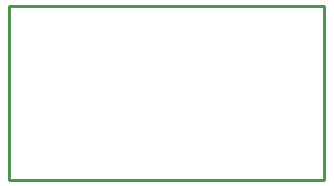
<source format=gm1>
G04*
G04 #@! TF.GenerationSoftware,Altium Limited,Altium Designer,23.3.1 (30)*
G04*
G04 Layer_Color=16711935*
%FSLAX43Y43*%
%MOMM*%
G71*
G04*
G04 #@! TF.SameCoordinates,B6646961-0515-45C1-A97A-8BA6F2ED6920*
G04*
G04*
G04 #@! TF.FilePolarity,Positive*
G04*
G01*
G75*
%ADD11C,0.254*%
D11*
X0Y14732D02*
X26670D01*
Y0D02*
Y14732D01*
X0Y0D02*
X26670D01*
X0D02*
Y14732D01*
M02*

</source>
